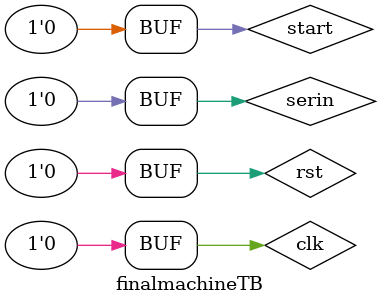
<source format=v>
`timescale 1ns/1ns
module finalmachineTB();
	reg start = 0,serin = 0;
	reg clk = 0, rst = 0;
	wire ready, serout,out_valid;
        wire [2:0] upcounter;
	wire [7:0] downcounter, register;
	Finalfile lasttb(ready, clk, rst, start, serin, serout,out_valid, downcounter,upcounter,register);
	initial begin
		repeat (80) #100 clk = ~clk;
	end
	initial begin
		#50 start = 1;
		#150 start = 0;
		#300 serin = 0;
		#200 serin = 1;
		#500 serin = 0;
		#800 serin = 0;
		#300 serin = 1;
		#400 serin = 0;
		#900 serin = 0;
	end
endmodule

</source>
